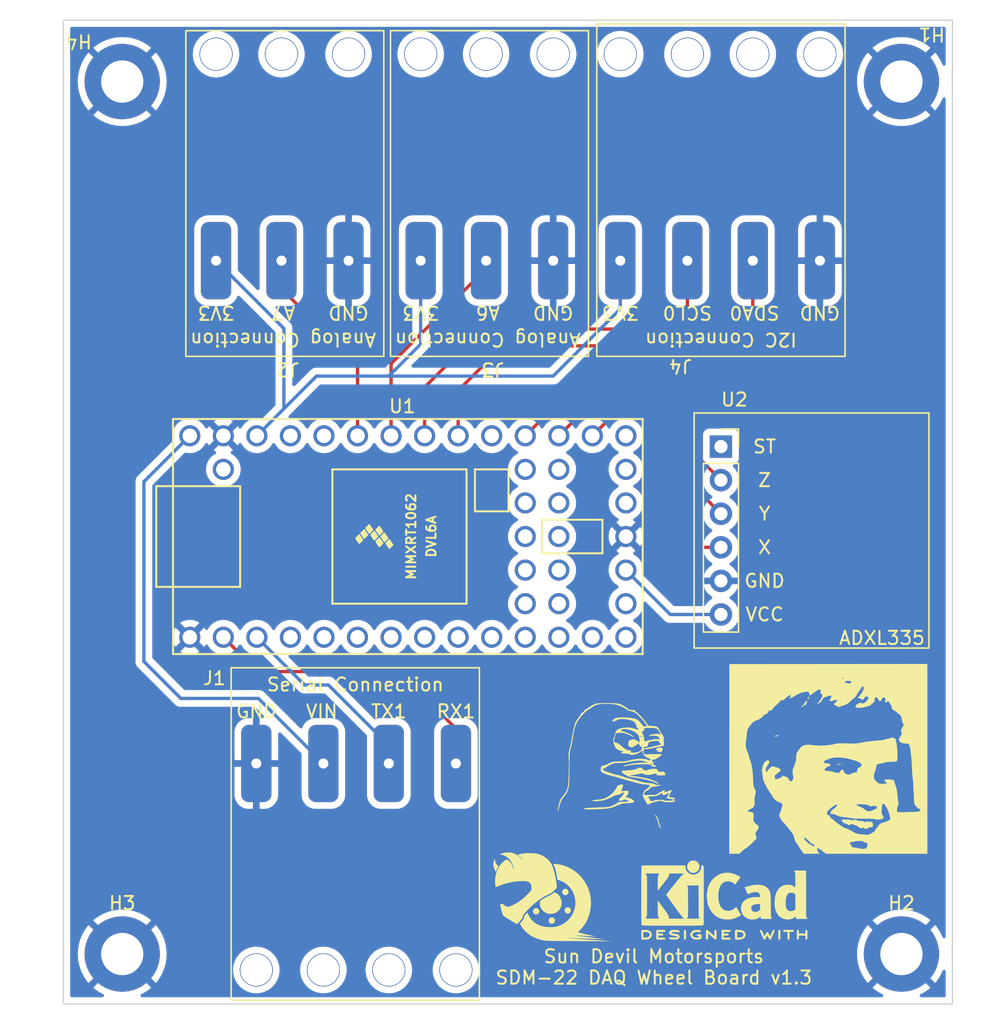
<source format=kicad_pcb>
(kicad_pcb (version 20211014) (generator pcbnew)
  (title_block (title "SDM-22 DAQ Wheel Module") (date "2022-04-05") (rev "v1.3") (company "Sun Devil Motorsports - Data Acquisition"))
  (layers (0 "F.Cu" signal) (31 "B.Cu" signal) (34 "B.Paste" user) (35 "F.Paste" user) (36 "B.SilkS" user "B.Silkscreen") (37 "F.SilkS" user "F.Silkscreen") (38 "B.Mask" user) (39 "F.Mask" user) (44 "Edge.Cuts" user))
  (net 0 "")
  (net 1 "GND")
  (net 2 "VCC")
  (net 3 "+3V3")
  (net 34 "/TX1")
  (net 35 "/RX1")
  (net 36 "/A6")
  (net 37 "/A7")
  (net 38 "/SDA0")
  (net 39 "/SCL0")
  (net 40 "+3.3VP")
  (net 41 "/A0")
  (net 42 "/A1")
  (net 43 "/A2")
  (footprint "Symbol:KiCad-Logo2_5mm_SilkScreen" (layer "F.Cu") (at 116.586 120.904)
    (fp_text reference "REF**" hide)
    (fp_text value "KiCad-Logo2_5mm_SilkScreen" hide)
  )
  (footprint "MountingHole:MountingHole_3.2mm_M3_ISO7380_Pad" (layer "F.Cu") (at 71 59)
    (fp_text reference "H4" (at -3.302 -3.048 180 unlocked) (layer "F.SilkS"))
    (fp_text value "MountingHole_Pad")
    (pad "1" thru_hole circle locked (at 0 0) (size 5.7 5.7) (drill 3.2) (layers *.Cu *.Mask) (net 1 "GND"))
  )
  (footprint "MountingHole:MountingHole_3.2mm_M3_ISO7380_Pad" (layer "F.Cu") (at 71 125)
    (fp_text reference "H3" (at 0 -3.85) (layer "F.SilkS"))
    (fp_text value "MountingHole_Pad")
    (pad "1" thru_hole circle locked (at 0 0) (size 5.7 5.7) (drill 3.2) (layers *.Cu *.Mask) (net 1 "GND"))
  )
  (footprint "SDM:4Wire_i2cConnector" (layer "F.Cu") (at 119.888 79.788 180)
    (fp_text reference "J4" (at 6.604 -0.73 180 unlocked) (layer "F.SilkS"))
    (fp_text value "i2cConnection")
    (fp_text user "3V3" (at 11.176 3.302 180 unlocked) (layer "F.SilkS"))
    (fp_text user "I2C Connection" (at 3.556 1.27 180 unlocked) (layer "F.SilkS"))
    (fp_text user "GND" (at -3.937 3.302 180 unlocked) (layer "F.SilkS"))
    (fp_text user "SDA0" (at 1.016 3.302 180 unlocked) (layer "F.SilkS"))
    (fp_text user "SCL0" (at 6.096 3.302 180 unlocked) (layer "F.SilkS"))
    (pad "" np_thru_hole circle (at -3.937 22.86 180) (size 2.5 2.5) (drill 2.4) (layers F&B.Cu *.Mask))
    (pad "" np_thru_hole circle (at 1.143 22.86 180) (size 2.5 2.5) (drill 2.4) (layers F&B.Cu *.Mask))
    (pad "" np_thru_hole circle (at 11.176 22.86 180) (size 2.5 2.5) (drill 2.4) (layers F&B.Cu *.Mask))
    (pad "" np_thru_hole circle (at 6.096 22.86 180) (size 2.5 2.5) (drill 2.4) (layers F&B.Cu *.Mask))
    (pad "1" thru_hole roundrect (at -3.937 7.239 180) (size 2.286 5.842) (drill 0.762) (layers *.Cu *.Mask) (net 1 "GND"))
    (pad "2" thru_hole roundrect (at 1.143 7.239 180) (size 2.286 5.842) (drill 0.762) (layers *.Cu *.Mask) (net 38 "/SDA0"))
    (pad "3" thru_hole roundrect (at 6.096 7.239 180) (size 2.286 5.842) (drill 0.762) (layers *.Cu *.Mask) (net 39 "/SCL0"))
    (pad "4" thru_hole roundrect (at 11.176 7.239 180) (size 2.286 5.842) (drill 0.762) (layers *.Cu *.Mask) (net 3 "+3V3"))
  )
  (footprint "MountingHole:MountingHole_3.2mm_M3_ISO7380_Pad" (layer "F.Cu") (at 130 59)
    (fp_text reference "H1" (at 2.286 -3.556 180 unlocked) (layer "F.SilkS"))
    (fp_text value "MountingHole_Pad")
    (pad "1" thru_hole circle locked (at 0 0) (size 5.7 5.7) (drill 3.2) (layers *.Cu *.Mask) (net 1 "GND"))
  )
  (footprint "SDM:Logo" (layer "F.Cu") (at 103.632 120.65)
    (fp_text reference "G1" hide)
    (fp_text value "LOGO" hide)
  )
  (footprint "MountingHole:MountingHole_3.2mm_M3_ISO7380_Pad" (layer "F.Cu") (at 130 125)
    (fp_text reference "H2" (at 0 -3.85) (layer "F.SilkS"))
    (fp_text value "MountingHole_Pad")
    (pad "1" thru_hole circle locked (at 0 0) (size 5.7 5.7) (drill 3.2) (layers *.Cu *.Mask) (net 1 "GND"))
  )
  (footprint "SDM:ADXL335_Socket_P2.54mm_Vertical" (layer "F.Cu") (at 116.332 86.614)
    (fp_text reference "U2" (at 1.016 -3.556) (layer "F.SilkS"))
    (fp_text value "Accelerometer_ADXL335")
    (fp_text user "X" (at 3.302 7.62 unlocked) (layer "F.SilkS"))
    (fp_text user "ADXL335" (at 12.192 14.478 unlocked) (layer "F.SilkS"))
    (fp_text user "GND" (at 3.302 10.16 unlocked) (layer "F.SilkS"))
    (fp_text user "Z" (at 3.302 2.54 unlocked) (layer "F.SilkS"))
    (fp_text user "VCC" (at 3.302 12.7 unlocked) (layer "F.SilkS"))
    (fp_text user "Y" (at 3.302 5.08 unlocked) (layer "F.SilkS"))
    (fp_text user "ST" (at 3.302 0 unlocked) (layer "F.SilkS"))
    (pad "1" thru_hole rect (at 0 0) (size 1.7 1.7) (drill 1) (layers *.Cu *.Mask))
    (pad "2" thru_hole oval (at 0 2.54) (size 1.7 1.7) (drill 1) (layers *.Cu *.Mask) (net 43 "/A2"))
    (pad "3" thru_hole oval (at 0 5.08) (size 1.7 1.7) (drill 1) (layers *.Cu *.Mask) (net 42 "/A1"))
    (pad "4" thru_hole oval (at 0 7.62) (size 1.7 1.7) (drill 1) (layers *.Cu *.Mask) (net 41 "/A0"))
    (pad "5" thru_hole oval (at 0 10.16) (size 1.7 1.7) (drill 1) (layers *.Cu *.Mask) (net 1 "GND"))
    (pad "6" thru_hole oval (at 0 12.7) (size 1.7 1.7) (drill 1) (layers *.Cu *.Mask) (net 40 "+3.3VP"))
  )
  (footprint "Teensy:Teensy40" (layer "F.Cu") (at 92.627 93.417)
    (fp_text reference "U1" (at -0.425 -9.851) (layer "F.SilkS"))
    (fp_text value "Teensy4.0")
    (fp_text user "DVL6A" (at 1.778 0 90) (layer "F.SilkS") (effects (font (size 0.7 0.7))))
    (fp_text user "MIMXRT1062" (at 0.254 0 90) (layer "F.SilkS") (effects (font (size 0.7 0.7))))
    (pad "1" thru_hole circle locked (at -16.51 7.62) (size 1.6 1.6) (drill 1.1) (layers *.Cu *.Mask) (net 1 "GND"))
    (pad "2" thru_hole circle locked (at -13.97 7.62) (size 1.6 1.6) (drill 1.1) (layers *.Cu *.Mask) (net 35 "/RX1"))
    (pad "3" thru_hole circle locked (at -11.43 7.62) (size 1.6 1.6) (drill 1.1) (layers *.Cu *.Mask) (net 34 "/TX1"))
    (pad "4" thru_hole circle locked (at -8.89 7.62) (size 1.6 1.6) (drill 1.1) (layers *.Cu *.Mask))
    (pad "5" thru_hole circle locked (at -6.35 7.62) (size 1.6 1.6) (drill 1.1) (layers *.Cu *.Mask))
    (pad "6" thru_hole circle locked (at -3.81 7.62) (size 1.6 1.6) (drill 1.1) (layers *.Cu *.Mask))
    (pad "7" thru_hole circle locked (at -1.27 7.62) (size 1.6 1.6) (drill 1.1) (layers *.Cu *.Mask))
    (pad "8" thru_hole circle locked (at 1.27 7.62) (size 1.6 1.6) (drill 1.1) (layers *.Cu *.Mask))
    (pad "9" thru_hole circle locked (at 3.81 7.62) (size 1.6 1.6) (drill 1.1) (layers *.Cu *.Mask))
    (pad "10" thru_hole circle locked (at 6.35 7.62) (size 1.6 1.6) (drill 1.1) (layers *.Cu *.Mask))
    (pad "11" thru_hole circle locked (at 8.89 7.62) (size 1.6 1.6) (drill 1.1) (layers *.Cu *.Mask))
    (pad "12" thru_hole circle locked (at 11.43 7.62) (size 1.6 1.6) (drill 1.1) (layers *.Cu *.Mask))
    (pad "13" thru_hole circle locked (at 13.97 7.62) (size 1.6 1.6) (drill 1.1) (layers *.Cu *.Mask))
    (pad "14" thru_hole circle locked (at 16.51 7.62) (size 1.6 1.6) (drill 1.1) (layers *.Cu *.Mask))
    (pad "15" thru_hole circle locked (at 16.51 5.08) (size 1.6 1.6) (drill 1.1) (layers *.Cu *.Mask))
    (pad "16" thru_hole circle locked (at 16.51 2.54) (size 1.6 1.6) (drill 1.1) (layers *.Cu *.Mask) (net 40 "+3.3VP"))
    (pad "17" thru_hole circle locked (at 16.51 0) (size 1.6 1.6) (drill 1.1) (layers *.Cu *.Mask) (net 1 "GND"))
    (pad "18" thru_hole circle locked (at 16.51 -2.54) (size 1.6 1.6) (drill 1.1) (layers *.Cu *.Mask))
    (pad "19" thru_hole circle locked (at 16.51 -5.08) (size 1.6 1.6) (drill 1.1) (layers *.Cu *.Mask))
    (pad "20" thru_hole circle locked (at 16.51 -7.62) (size 1.6 1.6) (drill 1.1) (layers *.Cu *.Mask))
    (pad "21" thru_hole circle locked (at 13.97 -7.62) (size 1.6 1.6) (drill 1.1) (layers *.Cu *.Mask) (net 41 "/A0"))
    (pad "22" thru_hole circle locked (at 11.43 -7.62) (size 1.6 1.6) (drill 1.1) (layers *.Cu *.Mask) (net 42 "/A1"))
    (pad "23" thru_hole circle locked (at 8.89 -7.62) (size 1.6 1.6) (drill 1.1) (layers *.Cu *.Mask) (net 43 "/A2"))
    (pad "24" thru_hole circle locked (at 6.35 -7.62) (size 1.6 1.6) (drill 1.1) (layers *.Cu *.Mask))
    (pad "25" thru_hole circle locked (at 3.81 -7.62) (size 1.6 1.6) (drill 1.1) (layers *.Cu *.Mask) (net 38 "/SDA0"))
    (pad "26" thru_hole circle locked (at 1.27 -7.62) (size 1.6 1.6) (drill 1.1) (layers *.Cu *.Mask) (net 39 "/SCL0"))
    (pad "27" thru_hole circle locked (at -1.27 -7.62) (size 1.6 1.6) (drill 1.1) (layers *.Cu *.Mask) (net 36 "/A6"))
    (pad "28" thru_hole circle locked (at -3.81 -7.62) (size 1.6 1.6) (drill 1.1) (layers *.Cu *.Mask) (net 37 "/A7"))
    (pad "29" thru_hole circle locked (at -6.35 -7.62) (size 1.6 1.6) (drill 1.1) (layers *.Cu *.Mask))
    (pad "30" thru_hole circle locked (at -8.89 -7.62) (size 1.6 1.6) (drill 1.1) (layers *.Cu *.Mask))
    (pad "31" thru_hole circle locked (at -11.43 -7.62) (size 1.6 1.6) (drill 1.1) (layers *.Cu *.Mask) (net 3 "+3V3"))
    (pad "32" thru_hole circle locked (at -13.97 -7.62) (size 1.6 1.6) (drill 1.1) (layers *.Cu *.Mask) (net 1 "GND"))
    (pad "33" thru_hole circle locked (at -16.51 -7.62) (size 1.6 1.6) (drill 1.1) (layers *.Cu *.Mask) (net 2 "VCC"))
    (pad "34" thru_hole circle locked (at -13.97 -5.08) (size 1.6 1.6) (drill 1.1) (layers *.Cu *.Mask))
    (pad "35" thru_hole circle locked (at 11.43 -5.08) (size 1.6 1.6) (drill 1.1) (layers *.Cu *.Mask))
    (pad "36" thru_hole circle locked (at 8.89 -5.08) (size 1.6 1.6) (drill 1.1) (layers *.Cu *.Mask))
    (pad "37" thru_hole circle locked (at 11.43 -2.54) (size 1.6 1.6) (drill 1.1) (layers *.Cu *.Mask))
    (pad "38" thru_hole circle locked (at 8.89 -2.54) (size 1.6 1.6) (drill 1.1) (layers *.Cu *.Mask))
    (pad "39" thru_hole circle locked (at 11.43 0) (size 1.6 1.6) (drill 1.1) (layers *.Cu *.Mask))
    (pad "40" thru_hole circle locked (at 8.89 0) (size 1.6 1.6) (drill 1.1) (layers *.Cu *.Mask))
    (pad "41" thru_hole circle locked (at 11.43 2.54) (size 1.6 1.6) (drill 1.1) (layers *.Cu *.Mask))
    (pad "42" thru_hole circle locked (at 8.89 2.54) (size 1.6 1.6) (drill 1.1) (layers *.Cu *.Mask))
    (pad "43" thru_hole circle locked (at 11.43 5.08) (size 1.6 1.6) (drill 1.1) (layers *.Cu *.Mask))
    (pad "44" thru_hole circle locked (at 8.89 5.08) (size 1.6 1.6) (drill 1.1) (layers *.Cu *.Mask))
  )
  (footprint "SDM:3Wire_AnalogConnector" (layer "F.Cu") (at 84.201 79.788 180)
    (fp_text reference "J2" (at 0.635 -0.984 180 unlocked) (layer "F.SilkS"))
    (fp_text value "AnalogConnection")
    (fp_text user "3V3" (at 6.096 3.302 180 unlocked) (layer "F.SilkS"))
    (fp_text user "GND" (at -3.937 3.302 180 unlocked) (layer "F.SilkS"))
    (fp_text user "A7" (at 1.016 3.302 180 unlocked) (layer "F.SilkS"))
    (fp_text user "Analog Connection" (at 1.016 1.27 180 unlocked) (layer "F.SilkS"))
    (pad "" np_thru_hole circle (at -3.937 22.86 180) (size 2.5 2.5) (drill 2.4) (layers F&B.Cu *.Mask))
    (pad "" np_thru_hole circle (at 1.143 22.86 180) (size 2.5 2.5) (drill 2.4) (layers F&B.Cu *.Mask))
    (pad "" np_thru_hole circle (at 6.096 22.86 180) (size 2.5 2.5) (drill 2.4) (layers F&B.Cu *.Mask))
    (pad "1" thru_hole roundrect (at -3.937 7.239 180) (size 2.286 5.842) (drill 0.762) (layers *.Cu *.Mask) (net 1 "GND"))
    (pad "2" thru_hole roundrect (at 1.143 7.239 180) (size 2.286 5.842) (drill 0.762) (layers *.Cu *.Mask) (net 37 "/A7"))
    (pad "3" thru_hole roundrect (at 6.096 7.239 180) (size 2.286 5.842) (drill 0.762) (layers *.Cu *.Mask) (net 3 "+3V3"))
  )
  (footprint "SDM:benji" (layer "F.Cu") (at 124.46 110.236)
    (fp_text reference "G***" hide)
    (fp_text value "LOGO" hide)
  )
  (footprint "SDM:3Wire_AnalogConnector" (layer "F.Cu") (at 99.695 79.788 180)
    (fp_text reference "J3" (at 0.635 -0.984 180 unlocked) (layer "F.SilkS"))
    (fp_text value "AnalogConnection")
    (fp_text user "3V3" (at 6.096 3.302 180 unlocked) (layer "F.SilkS"))
    (fp_text user "GND" (at -3.937 3.302 180 unlocked) (layer "F.SilkS"))
    (fp_text user "Analog Connection" (at 1.016 1.27 180 unlocked) (layer "F.SilkS"))
    (fp_text user "A6" (at 1.016 3.302 180 unlocked) (layer "F.SilkS"))
    (pad "" np_thru_hole circle (at 6.096 22.86 180) (size 2.5 2.5) (drill 2.4) (layers F&B.Cu *.Mask))
    (pad "" np_thru_hole circle (at 1.143 22.86 180) (size 2.5 2.5) (drill 2.4) (layers F&B.Cu *.Mask))
    (pad "" np_thru_hole circle (at -3.937 22.86 180) (size 2.5 2.5) (drill 2.4) (layers F&B.Cu *.Mask))
    (pad "1" thru_hole roundrect (at -3.937 7.239 180) (size 2.286 5.842) (drill 0.762) (layers *.Cu *.Mask) (net 1 "GND"))
    (pad "2" thru_hole roundrect (at 1.143 7.239 180) (size 2.286 5.842) (drill 0.762) (layers *.Cu *.Mask) (net 36 "/A6"))
    (pad "3" thru_hole roundrect (at 6.096 7.239 180) (size 2.286 5.842) (drill 0.762) (layers *.Cu *.Mask) (net 3 "+3V3"))
  )
  (footprint "SDM:4Wire_SerialConnector" (layer "F.Cu") (at 85.09 103.346)
    (fp_text reference "J1" (at -7.112 0.794 unlocked) (layer "F.SilkS"))
    (fp_text value "SerialConnection")
    (fp_text user "TX1" (at 6.096 3.302 unlocked) (layer "F.SilkS"))
    (fp_text user "Serial Connection" (at 3.556 1.27 unlocked) (layer "F.SilkS"))
    (fp_text user "RX1" (at 11.176 3.302 unlocked) (layer "F.SilkS"))
    (fp_text user "GND" (at -3.937 3.302 unlocked) (layer "F.SilkS"))
    (fp_text user "VIN" (at 1.016 3.302 unlocked) (layer "F.SilkS"))
    (pad "" np_thru_hole circle (at -3.937 22.86) (size 2.5 2.5) (drill 2.4) (layers F&B.Cu *.Mask))
    (pad "" np_thru_hole circle (at 11.176 22.86) (size 2.5 2.5) (drill 2.4) (layers F&B.Cu *.Mask))
    (pad "" np_thru_hole circle (at 6.096 22.86) (size 2.5 2.5) (drill 2.4) (layers F&B.Cu *.Mask))
    (pad "" np_thru_hole circle (at 1.143 22.86) (size 2.5 2.5) (drill 2.4) (layers F&B.Cu *.Mask))
    (pad "1" thru_hole roundrect (at -3.937 7.239) (size 2.286 5.842) (drill 0.762) (layers *.Cu *.Mask) (net 1 "GND"))
    (pad "2" thru_hole roundrect (at 1.143 7.239) (size 2.286 5.842) (drill 0.762) (layers *.Cu *.Mask) (net 2 "VCC"))
    (pad "3" thru_hole roundrect (at 6.096 7.239) (size 2.286 5.842) (drill 0.762) (layers *.Cu *.Mask) (net 34 "/TX1"))
    (pad "4" thru_hole roundrect (at 11.176 7.239) (size 2.286 5.842) (drill 0.762) (layers *.Cu *.Mask) (net 35 "/RX1"))
  )
  (footprint "SDM:pepe" (layer "F.Cu") (at 108.966 110.744)
    (fp_text reference "G***" hide)
    (fp_text value "LOGO" hide)
  )
  (gr_rect (start 66.548 54.356) (end 133.858 128.778) (layer "Edge.Cuts") (width 0.1) (fill none))
  (gr_text "Sun Devil Motorsports\nSDM-22 DAQ Wheel Board ${REVISION}" (at 111.252 125.984) (layer "F.SilkS") (effects (font (size 1 1))))
  (segment (start 86.233 110.585) (end 81.312 105.664) (width 0.25) (layer "B.Cu") (net 2))
  (segment (start 75.438 105.664) (end 72.644 102.87) (width 0.25) (layer "B.Cu") (net 2))
  (segment (start 81.312 105.664) (end 75.438 105.664) (width 0.25) (layer "B.Cu") (net 2))
  (segment (start 72.644 102.87) (end 72.644 89.27) (width 0.25) (layer "B.Cu") (net 2))
  (segment (start 72.644 89.27) (end 76.117 85.797) (width 0.25) (layer "B.Cu") (net 2))
  (segment (start 82.989 84.005) (end 83.243 83.751) (width 0.25) (layer "B.Cu") (net 3))
  (segment (start 93.599 78.867) (end 93.599 72.549) (width 0.25) (layer "B.Cu") (net 3))
  (segment (start 108.712 76.2) (end 108.712 72.549) (width 0.25) (layer "B.Cu") (net 3))
  (segment (start 83.243 83.751) (end 83.243 77.687) (width 0.25) (layer "B.Cu") (net 3))
  (segment (start 83.243 77.687) (end 78.105 72.549) (width 0.25) (layer "B.Cu") (net 3))
  (segment (start 93.599 78.867) (end 91.186 81.28) (width 0.25) (layer "B.Cu") (net 3))
  (segment (start 103.632 81.28) (end 108.712 76.2) (width 0.25) (layer "B.Cu") (net 3))
  (segment (start 103.632 81.28) (end 91.186 81.28) (width 0.25) (layer "B.Cu") (net 3))
  (segment (start 85.714 81.28) (end 83.243 83.751) (width 0.25) (layer "B.Cu") (net 3))
  (segment (start 91.186 81.28) (end 85.714 81.28) (width 0.25) (layer "B.Cu") (net 3))
  (segment (start 81.197 85.797) (end 82.989 84.005) (width 0.25) (layer "B.Cu") (net 3))
  (segment (start 86.614 104.648) (end 91.186 109.22) (width 0.25) (layer "B.Cu") (net 34))
  (segment (start 91.186 109.22) (end 91.186 110.585) (width 0.25) (layer "B.Cu") (net 34))
  (segment (start 86.614 104.648) (end 84.808 104.648) (width 0.25) (layer "B.Cu") (net 34))
  (segment (start 84.808 104.648) (end 81.197 101.037) (width 0.25) (layer "B.Cu") (net 34))
  (segment (start 91.186 111.093) (end 91.186 109.22) (width 0.25) (layer "B.Cu") (net 34))
  (segment (start 91.948 103.632) (end 96.266 107.95) (width 0.25) (layer "F.Cu") (net 35))
  (segment (start 81.252 103.632) (end 91.948 103.632) (width 0.25) (layer "F.Cu") (net 35))
  (segment (start 96.266 107.95) (end 96.266 110.585) (width 0.25) (layer "F.Cu") (net 35))
  (segment (start 78.657 101.037) (end 81.252 103.632) (width 0.25) (layer "F.Cu") (net 35))
  (segment (start 98.552 73.152) (end 98.552 72.549) (width 0.25) (layer "F.Cu") (net 36))
  (segment (start 98.552 73.152) (end 98.552 72.041) (width 0.25) (layer "F.Cu") (net 36))
  (segment (start 91.357 85.797) (end 91.357 80.347) (width 0.25) (layer "F.Cu") (net 36))
  (segment (start 91.357 80.347) (end 98.552 73.152) (width 0.25) (layer "F.Cu") (net 36))
  (segment (start 88.817 85.797) (end 88.817 80.435) (width 0.25) (layer "F.Cu") (net 37))
  (segment (start 88.817 80.435) (end 83.058 74.676) (width 0.25) (layer "F.Cu") (net 37))
  (segment (start 83.058 74.676) (end 83.058 72.549) (width 0.25) (layer "F.Cu") (net 37))
  (segment (start 83.058 74.676) (end 83.058 72.041) (width 0.25) (layer "F.Cu") (net 37))
  (segment (start 116.84 78.994) (end 99.822 78.994) (width 0.25) (layer "F.Cu") (net 38))
  (segment (start 96.437 82.379) (end 96.437 85.797) (width 0.25) (layer "F.Cu") (net 38))
  (segment (start 99.822 78.994) (end 96.437 82.379) (width 0.25) (layer "F.Cu") (net 38))
  (segment (start 118.745 72.549) (end 118.745 77.089) (width 0.25) (layer "F.Cu") (net 38))
  (segment (start 118.745 77.089) (end 116.84 78.994) (width 0.25) (layer "F.Cu") (net 38))
  (segment (start 112.014 77.724) (end 98.298 77.724) (width 0.25) (layer "F.Cu") (net 39))
  (segment (start 98.298 77.724) (end 93.897 82.125) (width 0.25) (layer "F.Cu") (net 39))
  (segment (start 93.897 82.125) (end 93.897 85.797) (width 0.25) (layer "F.Cu") (net 39))
  (segment (start 113.792 75.946) (end 112.014 77.724) (width 0.25) (layer "F.Cu") (net 39))
  (segment (start 113.792 72.549) (end 113.792 75.946) (width 0.25) (layer "F.Cu") (net 39))
  (segment (start 109.137 95.957) (end 112.494 99.314) (width 0.25) (layer "B.Cu") (net 40))
  (segment (start 112.494 99.314) (end 116.332 99.314) (width 0.25) (layer "B.Cu") (net 40))
  (segment (start 112.522 92.202) (end 112.522 85.344) (width 0.25) (layer "F.Cu") (net 41))
  (segment (start 108.066 84.328) (end 111.506 84.328) (width 0.25) (layer "F.Cu") (net 41))
  (segment (start 112.522 85.344) (end 111.506 84.328) (width 0.25) (layer "F.Cu") (net 41))
  (segment (start 114.554 94.234) (end 112.522 92.202) (width 0.25) (layer "F.Cu") (net 41))
  (segment (start 116.332 94.234) (end 114.554 94.234) (width 0.25) (layer "F.Cu") (net 41))
  (segment (start 106.597 85.797) (end 108.066 84.328) (width 0.25) (layer "F.Cu") (net 41))
  (segment (start 111.76 83.566) (end 106.288 83.566) (width 0.25) (layer "F.Cu") (net 42))
  (segment (start 106.288 83.566) (end 104.057 85.797) (width 0.25) (layer "F.Cu") (net 42))
  (segment (start 116.332 91.694) (end 113.284 88.646) (width 0.25) (layer "F.Cu") (net 42))
  (segment (start 113.284 88.646) (end 113.284 85.09) (width 0.25) (layer "F.Cu") (net 42))
  (segment (start 113.284 85.09) (end 111.76 83.566) (width 0.25) (layer "F.Cu") (net 42))
  (segment (start 114.046 86.868) (end 114.046 84.328) (width 0.25) (layer "F.Cu") (net 43))
  (segment (start 104.51 82.804) (end 101.517 85.797) (width 0.25) (layer "F.Cu") (net 43))
  (segment (start 114.046 84.328) (end 112.522 82.804) (width 0.25) (layer "F.Cu") (net 43))
  (segment (start 116.332 89.154) (end 114.046 86.868) (width 0.25) (layer "F.Cu") (net 43))
  (segment (start 112.522 82.804) (end 104.51 82.804) (width 0.25) (layer "F.Cu") (net 43))
  (zone (net 1) (net_name "GND") (layer "B.Cu") (connect_pads (clearance 0.508)) (min_thickness 0.254) (fill yes (thermal_gap 0.508) (thermal_bridge_width 0.508))
    (polygon (pts (xy 135.89 53.086) (xy 135.636 130.302) (xy 64.77 130.048) (xy 64.516 52.832)))
  )
)
</source>
